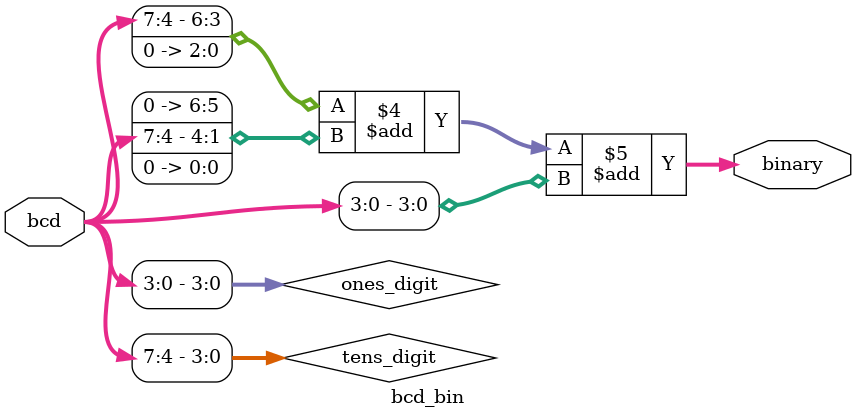
<source format=v>
module bcd_bin (
    input [7:0] bcd,       // 8-bit BCD input (2 digits)
    output reg [6:0] binary // 7-bit binary output
);

    reg [3:0] tens_digit;  // Tens place digit
    reg [3:0] ones_digit;  // Ones place digit
	//reg [6:0] temp_binary;
    always @(*) begin
        // Extract tens and ones digits
        tens_digit = bcd[7:4];
        ones_digit = bcd[3:0];

        // Convert to binary using bitwise operations
        binary = (tens_digit << 3) + (tens_digit << 1) + ones_digit;

	//temp_binary = (tens_digit * 7'd10) + ones_digit;
	// binary = temp_binary;
	end

endmodule

</source>
